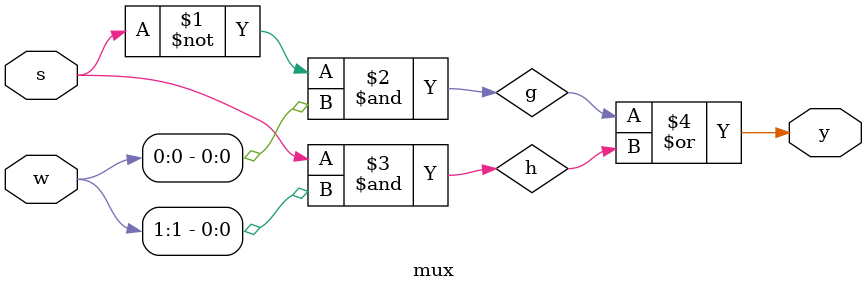
<source format=v>
module mux(w, s, y);
	input [1:0] w;
	input s;
	output y;
	
	assign g = ~s & w[0];
	assign h = s & w[1];
	assign y = g | h;
endmodule

</source>
